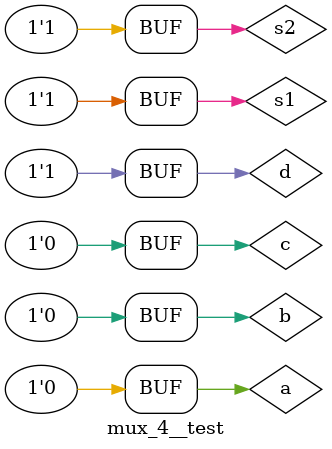
<source format=v>
`timescale 1ns / 1ps


module mux_4__test;

	// Inputs
	reg s1;
	reg s2;
	reg a;
	reg b;
	reg c;
	reg d;

	// Outputs
	wire out;

	// Instantiate the Unit Under Test (UUT)
	mux4_2 uut (
		.s1(s1), 
		.s2(s2), 
		.a(a), 
		.b(b), 
		.c(c), 
		.d(d), 
		.out(out)
	);

	initial begin
		// Initialize Inputs
		/*
		s1 = 0;
		s2 = 0;
		a = 0;
		b = 0;
		c = 0;
		d = 0;

		// Wait 100 ns for global reset to finish
		#100;*/
        
		// Add stimulus here
		s1 = 0; s2 = 0; a = 0; b = 0; c = 0; d = 0; #100;
		s1 = 0; s2 = 0; a = 1; b = 0; c = 0; d = 0; #100;
		
		s1 = 0; s2 = 1; a = 0; b = 0; c = 0; d = 0; #100;
		s1 = 0; s2 = 1; a = 0; b = 1; c = 0; d = 0; #100;
		
		s1 = 1; s2 = 0; a = 0; b = 0; c = 0; d = 0; #100;
		s1 = 1; s2 = 0; a = 0; b = 0; c = 1; d = 0; #100;
		
		s1 = 1; s2 = 1; a = 0; b = 0; c = 0; d = 0; #100;
		s1 = 1; s2 = 1; a = 0; b = 0; c = 0; d = 1; #100;

	end
      
endmodule


</source>
